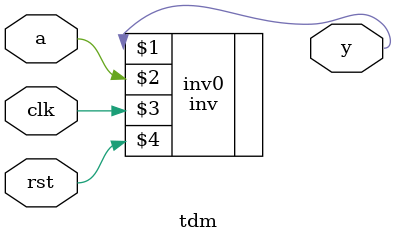
<source format=v>
`timescale 1ns/1ps
`default_nettype none

module tdm(
    output wire y,
    input wire a,
    input wire clk,
    input wire rst
);

parameter iv = 1;

inv #(iv) inv0(y, a, clk, rst);

endmodule
`default_nettype wire

</source>
